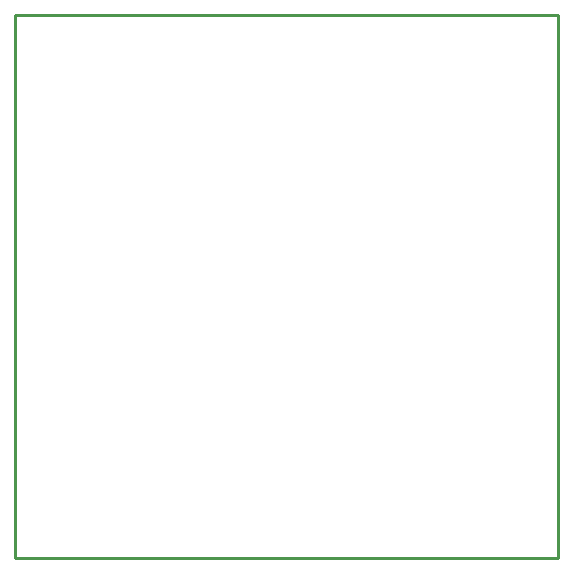
<source format=gko>
G04 Layer: BoardOutline*
G04 EasyEDA v6.3.22, 2020-01-22T11:07:26+01:00*
G04 c2129058598944f0bb6b3e408993b306,6ac03ef627a24f5ab7c901ca926ad83b,10*
G04 Gerber Generator version 0.2*
G04 Scale: 100 percent, Rotated: No, Reflected: No *
G04 Dimensions in millimeters *
G04 leading zeros omitted , absolute positions ,3 integer and 3 decimal *
%FSLAX33Y33*%
%MOMM*%
G90*
G71D02*

%ADD10C,0.254000*%
G54D10*
G01X0Y46000D02*
G01X46000Y46000D01*
G01X46000Y0D01*
G01X0Y0D01*
G01X0Y46000D01*

%LPD*%
M00*
M02*

</source>
